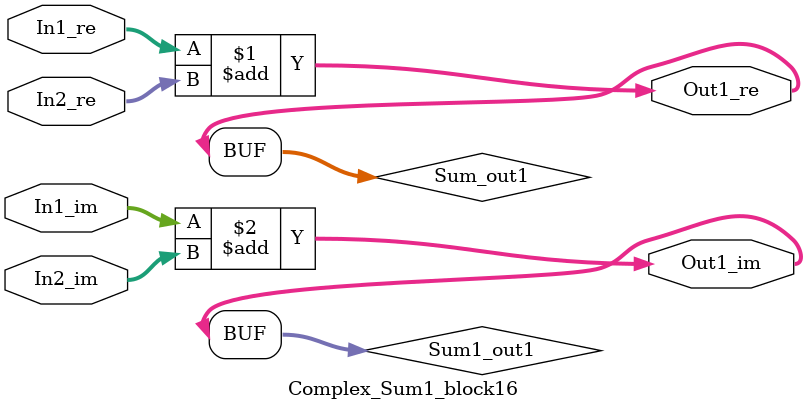
<source format=v>



`timescale 1 ns / 1 ns

module Complex_Sum1_block16
          (In1_re,
           In1_im,
           In2_re,
           In2_im,
           Out1_re,
           Out1_im);


  input   signed [36:0] In1_re;  // sfix37_En22
  input   signed [36:0] In1_im;  // sfix37_En22
  input   signed [36:0] In2_re;  // sfix37_En22
  input   signed [36:0] In2_im;  // sfix37_En22
  output  signed [36:0] Out1_re;  // sfix37_En22
  output  signed [36:0] Out1_im;  // sfix37_En22


  wire signed [36:0] Sum_out1;  // sfix37_En22
  wire signed [36:0] Sum1_out1;  // sfix37_En22


  assign Sum_out1 = In1_re + In2_re;



  assign Out1_re = Sum_out1;

  assign Sum1_out1 = In1_im + In2_im;



  assign Out1_im = Sum1_out1;

endmodule  // Complex_Sum1_block16


</source>
